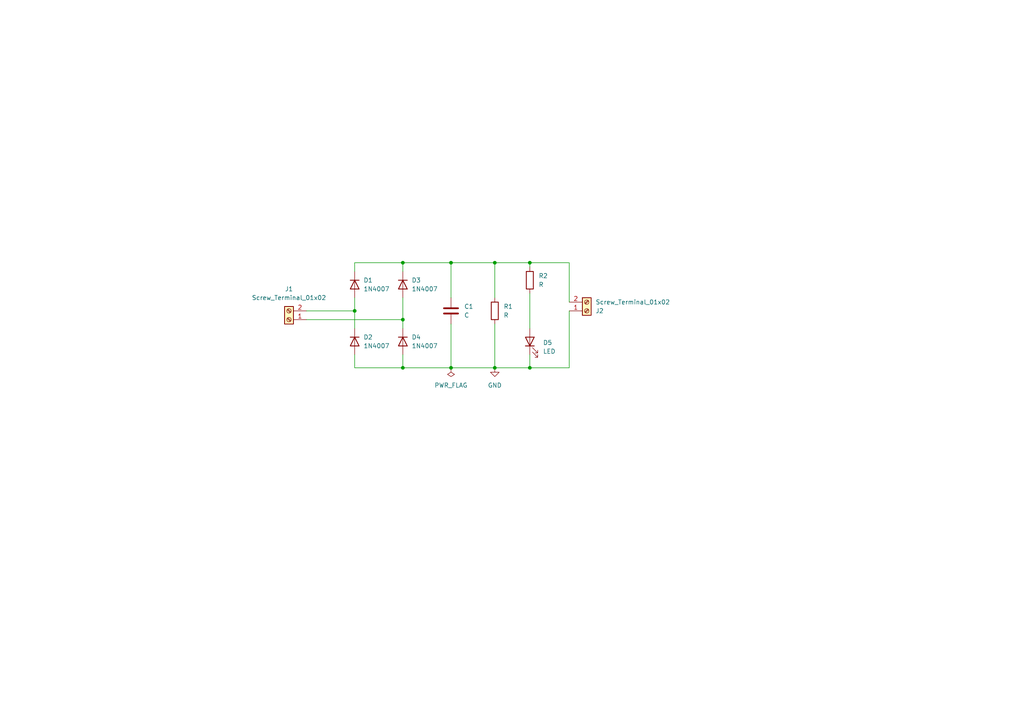
<source format=kicad_sch>
(kicad_sch
	(version 20250114)
	(generator "eeschema")
	(generator_version "9.0")
	(uuid "e57074c6-ac56-4ea8-a14a-6baec874727b")
	(paper "A4")
	(lib_symbols
		(symbol "Connector:Screw_Terminal_01x02"
			(pin_names
				(offset 1.016)
				(hide yes)
			)
			(exclude_from_sim no)
			(in_bom yes)
			(on_board yes)
			(property "Reference" "J"
				(at 0 2.54 0)
				(effects
					(font
						(size 1.27 1.27)
					)
				)
			)
			(property "Value" "Screw_Terminal_01x02"
				(at 0 -5.08 0)
				(effects
					(font
						(size 1.27 1.27)
					)
				)
			)
			(property "Footprint" ""
				(at 0 0 0)
				(effects
					(font
						(size 1.27 1.27)
					)
					(hide yes)
				)
			)
			(property "Datasheet" "~"
				(at 0 0 0)
				(effects
					(font
						(size 1.27 1.27)
					)
					(hide yes)
				)
			)
			(property "Description" "Generic screw terminal, single row, 01x02, script generated (kicad-library-utils/schlib/autogen/connector/)"
				(at 0 0 0)
				(effects
					(font
						(size 1.27 1.27)
					)
					(hide yes)
				)
			)
			(property "ki_keywords" "screw terminal"
				(at 0 0 0)
				(effects
					(font
						(size 1.27 1.27)
					)
					(hide yes)
				)
			)
			(property "ki_fp_filters" "TerminalBlock*:*"
				(at 0 0 0)
				(effects
					(font
						(size 1.27 1.27)
					)
					(hide yes)
				)
			)
			(symbol "Screw_Terminal_01x02_1_1"
				(rectangle
					(start -1.27 1.27)
					(end 1.27 -3.81)
					(stroke
						(width 0.254)
						(type default)
					)
					(fill
						(type background)
					)
				)
				(polyline
					(pts
						(xy -0.5334 0.3302) (xy 0.3302 -0.508)
					)
					(stroke
						(width 0.1524)
						(type default)
					)
					(fill
						(type none)
					)
				)
				(polyline
					(pts
						(xy -0.5334 -2.2098) (xy 0.3302 -3.048)
					)
					(stroke
						(width 0.1524)
						(type default)
					)
					(fill
						(type none)
					)
				)
				(polyline
					(pts
						(xy -0.3556 0.508) (xy 0.508 -0.3302)
					)
					(stroke
						(width 0.1524)
						(type default)
					)
					(fill
						(type none)
					)
				)
				(polyline
					(pts
						(xy -0.3556 -2.032) (xy 0.508 -2.8702)
					)
					(stroke
						(width 0.1524)
						(type default)
					)
					(fill
						(type none)
					)
				)
				(circle
					(center 0 0)
					(radius 0.635)
					(stroke
						(width 0.1524)
						(type default)
					)
					(fill
						(type none)
					)
				)
				(circle
					(center 0 -2.54)
					(radius 0.635)
					(stroke
						(width 0.1524)
						(type default)
					)
					(fill
						(type none)
					)
				)
				(pin passive line
					(at -5.08 0 0)
					(length 3.81)
					(name "Pin_1"
						(effects
							(font
								(size 1.27 1.27)
							)
						)
					)
					(number "1"
						(effects
							(font
								(size 1.27 1.27)
							)
						)
					)
				)
				(pin passive line
					(at -5.08 -2.54 0)
					(length 3.81)
					(name "Pin_2"
						(effects
							(font
								(size 1.27 1.27)
							)
						)
					)
					(number "2"
						(effects
							(font
								(size 1.27 1.27)
							)
						)
					)
				)
			)
			(embedded_fonts no)
		)
		(symbol "Device:C"
			(pin_numbers
				(hide yes)
			)
			(pin_names
				(offset 0.254)
			)
			(exclude_from_sim no)
			(in_bom yes)
			(on_board yes)
			(property "Reference" "C"
				(at 0.635 2.54 0)
				(effects
					(font
						(size 1.27 1.27)
					)
					(justify left)
				)
			)
			(property "Value" "C"
				(at 0.635 -2.54 0)
				(effects
					(font
						(size 1.27 1.27)
					)
					(justify left)
				)
			)
			(property "Footprint" ""
				(at 0.9652 -3.81 0)
				(effects
					(font
						(size 1.27 1.27)
					)
					(hide yes)
				)
			)
			(property "Datasheet" "~"
				(at 0 0 0)
				(effects
					(font
						(size 1.27 1.27)
					)
					(hide yes)
				)
			)
			(property "Description" "Unpolarized capacitor"
				(at 0 0 0)
				(effects
					(font
						(size 1.27 1.27)
					)
					(hide yes)
				)
			)
			(property "ki_keywords" "cap capacitor"
				(at 0 0 0)
				(effects
					(font
						(size 1.27 1.27)
					)
					(hide yes)
				)
			)
			(property "ki_fp_filters" "C_*"
				(at 0 0 0)
				(effects
					(font
						(size 1.27 1.27)
					)
					(hide yes)
				)
			)
			(symbol "C_0_1"
				(polyline
					(pts
						(xy -2.032 0.762) (xy 2.032 0.762)
					)
					(stroke
						(width 0.508)
						(type default)
					)
					(fill
						(type none)
					)
				)
				(polyline
					(pts
						(xy -2.032 -0.762) (xy 2.032 -0.762)
					)
					(stroke
						(width 0.508)
						(type default)
					)
					(fill
						(type none)
					)
				)
			)
			(symbol "C_1_1"
				(pin passive line
					(at 0 3.81 270)
					(length 2.794)
					(name "~"
						(effects
							(font
								(size 1.27 1.27)
							)
						)
					)
					(number "1"
						(effects
							(font
								(size 1.27 1.27)
							)
						)
					)
				)
				(pin passive line
					(at 0 -3.81 90)
					(length 2.794)
					(name "~"
						(effects
							(font
								(size 1.27 1.27)
							)
						)
					)
					(number "2"
						(effects
							(font
								(size 1.27 1.27)
							)
						)
					)
				)
			)
			(embedded_fonts no)
		)
		(symbol "Device:LED"
			(pin_numbers
				(hide yes)
			)
			(pin_names
				(offset 1.016)
				(hide yes)
			)
			(exclude_from_sim no)
			(in_bom yes)
			(on_board yes)
			(property "Reference" "D"
				(at 0 2.54 0)
				(effects
					(font
						(size 1.27 1.27)
					)
				)
			)
			(property "Value" "LED"
				(at 0 -2.54 0)
				(effects
					(font
						(size 1.27 1.27)
					)
				)
			)
			(property "Footprint" ""
				(at 0 0 0)
				(effects
					(font
						(size 1.27 1.27)
					)
					(hide yes)
				)
			)
			(property "Datasheet" "~"
				(at 0 0 0)
				(effects
					(font
						(size 1.27 1.27)
					)
					(hide yes)
				)
			)
			(property "Description" "Light emitting diode"
				(at 0 0 0)
				(effects
					(font
						(size 1.27 1.27)
					)
					(hide yes)
				)
			)
			(property "Sim.Pins" "1=K 2=A"
				(at 0 0 0)
				(effects
					(font
						(size 1.27 1.27)
					)
					(hide yes)
				)
			)
			(property "ki_keywords" "LED diode"
				(at 0 0 0)
				(effects
					(font
						(size 1.27 1.27)
					)
					(hide yes)
				)
			)
			(property "ki_fp_filters" "LED* LED_SMD:* LED_THT:*"
				(at 0 0 0)
				(effects
					(font
						(size 1.27 1.27)
					)
					(hide yes)
				)
			)
			(symbol "LED_0_1"
				(polyline
					(pts
						(xy -3.048 -0.762) (xy -4.572 -2.286) (xy -3.81 -2.286) (xy -4.572 -2.286) (xy -4.572 -1.524)
					)
					(stroke
						(width 0)
						(type default)
					)
					(fill
						(type none)
					)
				)
				(polyline
					(pts
						(xy -1.778 -0.762) (xy -3.302 -2.286) (xy -2.54 -2.286) (xy -3.302 -2.286) (xy -3.302 -1.524)
					)
					(stroke
						(width 0)
						(type default)
					)
					(fill
						(type none)
					)
				)
				(polyline
					(pts
						(xy -1.27 0) (xy 1.27 0)
					)
					(stroke
						(width 0)
						(type default)
					)
					(fill
						(type none)
					)
				)
				(polyline
					(pts
						(xy -1.27 -1.27) (xy -1.27 1.27)
					)
					(stroke
						(width 0.254)
						(type default)
					)
					(fill
						(type none)
					)
				)
				(polyline
					(pts
						(xy 1.27 -1.27) (xy 1.27 1.27) (xy -1.27 0) (xy 1.27 -1.27)
					)
					(stroke
						(width 0.254)
						(type default)
					)
					(fill
						(type none)
					)
				)
			)
			(symbol "LED_1_1"
				(pin passive line
					(at -3.81 0 0)
					(length 2.54)
					(name "K"
						(effects
							(font
								(size 1.27 1.27)
							)
						)
					)
					(number "1"
						(effects
							(font
								(size 1.27 1.27)
							)
						)
					)
				)
				(pin passive line
					(at 3.81 0 180)
					(length 2.54)
					(name "A"
						(effects
							(font
								(size 1.27 1.27)
							)
						)
					)
					(number "2"
						(effects
							(font
								(size 1.27 1.27)
							)
						)
					)
				)
			)
			(embedded_fonts no)
		)
		(symbol "Device:R"
			(pin_numbers
				(hide yes)
			)
			(pin_names
				(offset 0)
			)
			(exclude_from_sim no)
			(in_bom yes)
			(on_board yes)
			(property "Reference" "R"
				(at 2.032 0 90)
				(effects
					(font
						(size 1.27 1.27)
					)
				)
			)
			(property "Value" "R"
				(at 0 0 90)
				(effects
					(font
						(size 1.27 1.27)
					)
				)
			)
			(property "Footprint" ""
				(at -1.778 0 90)
				(effects
					(font
						(size 1.27 1.27)
					)
					(hide yes)
				)
			)
			(property "Datasheet" "~"
				(at 0 0 0)
				(effects
					(font
						(size 1.27 1.27)
					)
					(hide yes)
				)
			)
			(property "Description" "Resistor"
				(at 0 0 0)
				(effects
					(font
						(size 1.27 1.27)
					)
					(hide yes)
				)
			)
			(property "ki_keywords" "R res resistor"
				(at 0 0 0)
				(effects
					(font
						(size 1.27 1.27)
					)
					(hide yes)
				)
			)
			(property "ki_fp_filters" "R_*"
				(at 0 0 0)
				(effects
					(font
						(size 1.27 1.27)
					)
					(hide yes)
				)
			)
			(symbol "R_0_1"
				(rectangle
					(start -1.016 -2.54)
					(end 1.016 2.54)
					(stroke
						(width 0.254)
						(type default)
					)
					(fill
						(type none)
					)
				)
			)
			(symbol "R_1_1"
				(pin passive line
					(at 0 3.81 270)
					(length 1.27)
					(name "~"
						(effects
							(font
								(size 1.27 1.27)
							)
						)
					)
					(number "1"
						(effects
							(font
								(size 1.27 1.27)
							)
						)
					)
				)
				(pin passive line
					(at 0 -3.81 90)
					(length 1.27)
					(name "~"
						(effects
							(font
								(size 1.27 1.27)
							)
						)
					)
					(number "2"
						(effects
							(font
								(size 1.27 1.27)
							)
						)
					)
				)
			)
			(embedded_fonts no)
		)
		(symbol "Diode:1N4007"
			(pin_numbers
				(hide yes)
			)
			(pin_names
				(hide yes)
			)
			(exclude_from_sim no)
			(in_bom yes)
			(on_board yes)
			(property "Reference" "D"
				(at 0 2.54 0)
				(effects
					(font
						(size 1.27 1.27)
					)
				)
			)
			(property "Value" "1N4007"
				(at 0 -2.54 0)
				(effects
					(font
						(size 1.27 1.27)
					)
				)
			)
			(property "Footprint" "Diode_THT:D_DO-41_SOD81_P10.16mm_Horizontal"
				(at 0 -4.445 0)
				(effects
					(font
						(size 1.27 1.27)
					)
					(hide yes)
				)
			)
			(property "Datasheet" "http://www.vishay.com/docs/88503/1n4001.pdf"
				(at 0 0 0)
				(effects
					(font
						(size 1.27 1.27)
					)
					(hide yes)
				)
			)
			(property "Description" "1000V 1A General Purpose Rectifier Diode, DO-41"
				(at 0 0 0)
				(effects
					(font
						(size 1.27 1.27)
					)
					(hide yes)
				)
			)
			(property "Sim.Device" "D"
				(at 0 0 0)
				(effects
					(font
						(size 1.27 1.27)
					)
					(hide yes)
				)
			)
			(property "Sim.Pins" "1=K 2=A"
				(at 0 0 0)
				(effects
					(font
						(size 1.27 1.27)
					)
					(hide yes)
				)
			)
			(property "ki_keywords" "diode"
				(at 0 0 0)
				(effects
					(font
						(size 1.27 1.27)
					)
					(hide yes)
				)
			)
			(property "ki_fp_filters" "D*DO?41*"
				(at 0 0 0)
				(effects
					(font
						(size 1.27 1.27)
					)
					(hide yes)
				)
			)
			(symbol "1N4007_0_1"
				(polyline
					(pts
						(xy -1.27 1.27) (xy -1.27 -1.27)
					)
					(stroke
						(width 0.254)
						(type default)
					)
					(fill
						(type none)
					)
				)
				(polyline
					(pts
						(xy 1.27 1.27) (xy 1.27 -1.27) (xy -1.27 0) (xy 1.27 1.27)
					)
					(stroke
						(width 0.254)
						(type default)
					)
					(fill
						(type none)
					)
				)
				(polyline
					(pts
						(xy 1.27 0) (xy -1.27 0)
					)
					(stroke
						(width 0)
						(type default)
					)
					(fill
						(type none)
					)
				)
			)
			(symbol "1N4007_1_1"
				(pin passive line
					(at -3.81 0 0)
					(length 2.54)
					(name "K"
						(effects
							(font
								(size 1.27 1.27)
							)
						)
					)
					(number "1"
						(effects
							(font
								(size 1.27 1.27)
							)
						)
					)
				)
				(pin passive line
					(at 3.81 0 180)
					(length 2.54)
					(name "A"
						(effects
							(font
								(size 1.27 1.27)
							)
						)
					)
					(number "2"
						(effects
							(font
								(size 1.27 1.27)
							)
						)
					)
				)
			)
			(embedded_fonts no)
		)
		(symbol "power:GND"
			(power)
			(pin_numbers
				(hide yes)
			)
			(pin_names
				(offset 0)
				(hide yes)
			)
			(exclude_from_sim no)
			(in_bom yes)
			(on_board yes)
			(property "Reference" "#PWR"
				(at 0 -6.35 0)
				(effects
					(font
						(size 1.27 1.27)
					)
					(hide yes)
				)
			)
			(property "Value" "GND"
				(at 0 -3.81 0)
				(effects
					(font
						(size 1.27 1.27)
					)
				)
			)
			(property "Footprint" ""
				(at 0 0 0)
				(effects
					(font
						(size 1.27 1.27)
					)
					(hide yes)
				)
			)
			(property "Datasheet" ""
				(at 0 0 0)
				(effects
					(font
						(size 1.27 1.27)
					)
					(hide yes)
				)
			)
			(property "Description" "Power symbol creates a global label with name \"GND\" , ground"
				(at 0 0 0)
				(effects
					(font
						(size 1.27 1.27)
					)
					(hide yes)
				)
			)
			(property "ki_keywords" "global power"
				(at 0 0 0)
				(effects
					(font
						(size 1.27 1.27)
					)
					(hide yes)
				)
			)
			(symbol "GND_0_1"
				(polyline
					(pts
						(xy 0 0) (xy 0 -1.27) (xy 1.27 -1.27) (xy 0 -2.54) (xy -1.27 -1.27) (xy 0 -1.27)
					)
					(stroke
						(width 0)
						(type default)
					)
					(fill
						(type none)
					)
				)
			)
			(symbol "GND_1_1"
				(pin power_in line
					(at 0 0 270)
					(length 0)
					(name "~"
						(effects
							(font
								(size 1.27 1.27)
							)
						)
					)
					(number "1"
						(effects
							(font
								(size 1.27 1.27)
							)
						)
					)
				)
			)
			(embedded_fonts no)
		)
		(symbol "power:PWR_FLAG"
			(power)
			(pin_numbers
				(hide yes)
			)
			(pin_names
				(offset 0)
				(hide yes)
			)
			(exclude_from_sim no)
			(in_bom yes)
			(on_board yes)
			(property "Reference" "#FLG"
				(at 0 1.905 0)
				(effects
					(font
						(size 1.27 1.27)
					)
					(hide yes)
				)
			)
			(property "Value" "PWR_FLAG"
				(at 0 3.81 0)
				(effects
					(font
						(size 1.27 1.27)
					)
				)
			)
			(property "Footprint" ""
				(at 0 0 0)
				(effects
					(font
						(size 1.27 1.27)
					)
					(hide yes)
				)
			)
			(property "Datasheet" "~"
				(at 0 0 0)
				(effects
					(font
						(size 1.27 1.27)
					)
					(hide yes)
				)
			)
			(property "Description" "Special symbol for telling ERC where power comes from"
				(at 0 0 0)
				(effects
					(font
						(size 1.27 1.27)
					)
					(hide yes)
				)
			)
			(property "ki_keywords" "flag power"
				(at 0 0 0)
				(effects
					(font
						(size 1.27 1.27)
					)
					(hide yes)
				)
			)
			(symbol "PWR_FLAG_0_0"
				(pin power_out line
					(at 0 0 90)
					(length 0)
					(name "~"
						(effects
							(font
								(size 1.27 1.27)
							)
						)
					)
					(number "1"
						(effects
							(font
								(size 1.27 1.27)
							)
						)
					)
				)
			)
			(symbol "PWR_FLAG_0_1"
				(polyline
					(pts
						(xy 0 0) (xy 0 1.27) (xy -1.016 1.905) (xy 0 2.54) (xy 1.016 1.905) (xy 0 1.27)
					)
					(stroke
						(width 0)
						(type default)
					)
					(fill
						(type none)
					)
				)
			)
			(embedded_fonts no)
		)
	)
	(junction
		(at 153.67 106.68)
		(diameter 0)
		(color 0 0 0 0)
		(uuid "084c1ae5-bcc8-44ce-8d72-e0c36e7649a1")
	)
	(junction
		(at 116.84 106.68)
		(diameter 0)
		(color 0 0 0 0)
		(uuid "4dbf1975-c45a-4123-92cd-74d8d5917c1f")
	)
	(junction
		(at 116.84 76.2)
		(diameter 0)
		(color 0 0 0 0)
		(uuid "5c428672-8689-4a51-8966-e59d66807b92")
	)
	(junction
		(at 143.51 106.68)
		(diameter 0)
		(color 0 0 0 0)
		(uuid "61253345-c9c8-4643-aabe-48299ec6b36b")
	)
	(junction
		(at 102.87 90.17)
		(diameter 0)
		(color 0 0 0 0)
		(uuid "6b9c3575-8bc0-4dd9-982d-d71d858edb8f")
	)
	(junction
		(at 153.67 76.2)
		(diameter 0)
		(color 0 0 0 0)
		(uuid "94700cf8-1443-4d5a-a8d9-3c45649cca98")
	)
	(junction
		(at 143.51 76.2)
		(diameter 0)
		(color 0 0 0 0)
		(uuid "99935237-cc28-4fd0-9c54-568cd496dcbc")
	)
	(junction
		(at 130.81 76.2)
		(diameter 0)
		(color 0 0 0 0)
		(uuid "b7f2311f-4fae-4ff4-9e81-a56b54f16d5b")
	)
	(junction
		(at 116.84 92.71)
		(diameter 0)
		(color 0 0 0 0)
		(uuid "d64affef-03d8-489b-9575-a4ae9bc61361")
	)
	(junction
		(at 130.81 106.68)
		(diameter 0)
		(color 0 0 0 0)
		(uuid "e1b214db-592e-47b2-a9f5-9536338a3e1c")
	)
	(wire
		(pts
			(xy 102.87 78.74) (xy 102.87 76.2)
		)
		(stroke
			(width 0)
			(type default)
		)
		(uuid "06401b64-1c56-454a-a174-ad2d2070dbfb")
	)
	(wire
		(pts
			(xy 153.67 76.2) (xy 165.1 76.2)
		)
		(stroke
			(width 0)
			(type default)
		)
		(uuid "17b46cf7-30c8-4c94-8c52-1195e619b3c4")
	)
	(wire
		(pts
			(xy 88.9 92.71) (xy 116.84 92.71)
		)
		(stroke
			(width 0)
			(type default)
		)
		(uuid "1f82d6d9-f9d2-494c-b6df-6482aae6cc39")
	)
	(wire
		(pts
			(xy 116.84 106.68) (xy 130.81 106.68)
		)
		(stroke
			(width 0)
			(type default)
		)
		(uuid "231cd60c-8637-47cd-a421-6ac012dc7175")
	)
	(wire
		(pts
			(xy 130.81 76.2) (xy 130.81 86.36)
		)
		(stroke
			(width 0)
			(type default)
		)
		(uuid "256b6c7e-bd32-4f06-94ea-8a304c368250")
	)
	(wire
		(pts
			(xy 143.51 93.98) (xy 143.51 106.68)
		)
		(stroke
			(width 0)
			(type default)
		)
		(uuid "3e38bfb6-7b67-4355-bd3b-8e0356cc5a16")
	)
	(wire
		(pts
			(xy 165.1 76.2) (xy 165.1 87.63)
		)
		(stroke
			(width 0)
			(type default)
		)
		(uuid "4232825f-7a2c-44e5-b5ee-09ebc98b838d")
	)
	(wire
		(pts
			(xy 102.87 90.17) (xy 102.87 95.25)
		)
		(stroke
			(width 0)
			(type default)
		)
		(uuid "49b72972-5a77-4002-8b16-b531ee15d0a5")
	)
	(wire
		(pts
			(xy 116.84 76.2) (xy 116.84 78.74)
		)
		(stroke
			(width 0)
			(type default)
		)
		(uuid "4a11b1fa-6bf6-4922-be4a-35120a5116cd")
	)
	(wire
		(pts
			(xy 130.81 106.68) (xy 143.51 106.68)
		)
		(stroke
			(width 0)
			(type default)
		)
		(uuid "4dd52b2c-8a97-4d1d-9a8f-f283cb077eec")
	)
	(wire
		(pts
			(xy 153.67 76.2) (xy 153.67 77.47)
		)
		(stroke
			(width 0)
			(type default)
		)
		(uuid "6a221b49-003a-4888-b40e-f14c68e6621b")
	)
	(wire
		(pts
			(xy 143.51 76.2) (xy 153.67 76.2)
		)
		(stroke
			(width 0)
			(type default)
		)
		(uuid "6e32f46c-07ac-4d44-80b1-7b56b52aa868")
	)
	(wire
		(pts
			(xy 143.51 76.2) (xy 143.51 86.36)
		)
		(stroke
			(width 0)
			(type default)
		)
		(uuid "6e5a372a-a2d4-4f01-a5ea-d51ccffd05b5")
	)
	(wire
		(pts
			(xy 116.84 76.2) (xy 130.81 76.2)
		)
		(stroke
			(width 0)
			(type default)
		)
		(uuid "6e602f5d-2cc8-41ed-887c-9707140ccf60")
	)
	(wire
		(pts
			(xy 116.84 92.71) (xy 116.84 95.25)
		)
		(stroke
			(width 0)
			(type default)
		)
		(uuid "82be8dcb-323b-44e7-8aad-de6bc543f416")
	)
	(wire
		(pts
			(xy 102.87 76.2) (xy 116.84 76.2)
		)
		(stroke
			(width 0)
			(type default)
		)
		(uuid "93b87e55-09f3-4b0e-816f-193c45621eec")
	)
	(wire
		(pts
			(xy 153.67 106.68) (xy 153.67 102.87)
		)
		(stroke
			(width 0)
			(type default)
		)
		(uuid "a3f3e2a3-68f1-49a3-aa8d-101a5992f98e")
	)
	(wire
		(pts
			(xy 143.51 106.68) (xy 153.67 106.68)
		)
		(stroke
			(width 0)
			(type default)
		)
		(uuid "b13b8052-0f8d-4fcc-a329-579c32ccc4c2")
	)
	(wire
		(pts
			(xy 102.87 86.36) (xy 102.87 90.17)
		)
		(stroke
			(width 0)
			(type default)
		)
		(uuid "b247ba6d-66b9-45d5-a122-56db7c280d2f")
	)
	(wire
		(pts
			(xy 116.84 86.36) (xy 116.84 92.71)
		)
		(stroke
			(width 0)
			(type default)
		)
		(uuid "b5ae08bf-047d-4776-b71b-1fe21f055d6d")
	)
	(wire
		(pts
			(xy 130.81 76.2) (xy 143.51 76.2)
		)
		(stroke
			(width 0)
			(type default)
		)
		(uuid "b7a176c0-878e-483b-8363-8782100e326a")
	)
	(wire
		(pts
			(xy 153.67 85.09) (xy 153.67 95.25)
		)
		(stroke
			(width 0)
			(type default)
		)
		(uuid "b983f46a-e4be-4264-a095-970a4a2eb40c")
	)
	(wire
		(pts
			(xy 102.87 106.68) (xy 116.84 106.68)
		)
		(stroke
			(width 0)
			(type default)
		)
		(uuid "bdbc0a64-0845-48ae-b77e-e92d150e266a")
	)
	(wire
		(pts
			(xy 88.9 90.17) (xy 102.87 90.17)
		)
		(stroke
			(width 0)
			(type default)
		)
		(uuid "cac30d41-7de3-4035-b1ba-0666f6da3d92")
	)
	(wire
		(pts
			(xy 165.1 106.68) (xy 153.67 106.68)
		)
		(stroke
			(width 0)
			(type default)
		)
		(uuid "e98d3e99-3433-401f-8458-4a95e7eb2076")
	)
	(wire
		(pts
			(xy 130.81 93.98) (xy 130.81 106.68)
		)
		(stroke
			(width 0)
			(type default)
		)
		(uuid "eea5aafb-202b-4a4e-aab8-7612391a98a5")
	)
	(wire
		(pts
			(xy 116.84 102.87) (xy 116.84 106.68)
		)
		(stroke
			(width 0)
			(type default)
		)
		(uuid "f1cf6f0f-604e-4c78-ba9d-5d466f43608d")
	)
	(wire
		(pts
			(xy 165.1 90.17) (xy 165.1 106.68)
		)
		(stroke
			(width 0)
			(type default)
		)
		(uuid "f79a979f-d421-4995-8d87-d1c81e90fe17")
	)
	(wire
		(pts
			(xy 102.87 102.87) (xy 102.87 106.68)
		)
		(stroke
			(width 0)
			(type default)
		)
		(uuid "ff876bf0-8a0d-4760-97a2-3e11bfb34bcc")
	)
	(symbol
		(lib_id "power:GND")
		(at 143.51 106.68 0)
		(unit 1)
		(exclude_from_sim no)
		(in_bom yes)
		(on_board yes)
		(dnp no)
		(fields_autoplaced yes)
		(uuid "2f27c0a4-5c94-47f3-8ec4-9b1413dfc1d1")
		(property "Reference" "#PWR01"
			(at 143.51 113.03 0)
			(effects
				(font
					(size 1.27 1.27)
				)
				(hide yes)
			)
		)
		(property "Value" "GND"
			(at 143.51 111.76 0)
			(effects
				(font
					(size 1.27 1.27)
				)
			)
		)
		(property "Footprint" ""
			(at 143.51 106.68 0)
			(effects
				(font
					(size 1.27 1.27)
				)
				(hide yes)
			)
		)
		(property "Datasheet" ""
			(at 143.51 106.68 0)
			(effects
				(font
					(size 1.27 1.27)
				)
				(hide yes)
			)
		)
		(property "Description" "Power symbol creates a global label with name \"GND\" , ground"
			(at 143.51 106.68 0)
			(effects
				(font
					(size 1.27 1.27)
				)
				(hide yes)
			)
		)
		(pin "1"
			(uuid "b89f474d-dcc6-42b9-97ad-9cfb959e0cb5")
		)
		(instances
			(project ""
				(path "/e57074c6-ac56-4ea8-a14a-6baec874727b"
					(reference "#PWR01")
					(unit 1)
				)
			)
		)
	)
	(symbol
		(lib_id "Device:R")
		(at 143.51 90.17 0)
		(unit 1)
		(exclude_from_sim no)
		(in_bom yes)
		(on_board yes)
		(dnp no)
		(fields_autoplaced yes)
		(uuid "385f1c5c-d0b2-47f0-9b5e-db730210e80a")
		(property "Reference" "R1"
			(at 146.05 88.8999 0)
			(effects
				(font
					(size 1.27 1.27)
				)
				(justify left)
			)
		)
		(property "Value" "R"
			(at 146.05 91.4399 0)
			(effects
				(font
					(size 1.27 1.27)
				)
				(justify left)
			)
		)
		(property "Footprint" "Resistor_THT:R_Axial_DIN0207_L6.3mm_D2.5mm_P2.54mm_Vertical"
			(at 141.732 90.17 90)
			(effects
				(font
					(size 1.27 1.27)
				)
				(hide yes)
			)
		)
		(property "Datasheet" "~"
			(at 143.51 90.17 0)
			(effects
				(font
					(size 1.27 1.27)
				)
				(hide yes)
			)
		)
		(property "Description" "Resistor"
			(at 143.51 90.17 0)
			(effects
				(font
					(size 1.27 1.27)
				)
				(hide yes)
			)
		)
		(pin "1"
			(uuid "9fd07505-6572-44cd-a86a-1f2a76aca680")
		)
		(pin "2"
			(uuid "a2b127b1-70c7-42b3-88b8-dd2b00516250")
		)
		(instances
			(project ""
				(path "/e57074c6-ac56-4ea8-a14a-6baec874727b"
					(reference "R1")
					(unit 1)
				)
			)
		)
	)
	(symbol
		(lib_id "power:PWR_FLAG")
		(at 130.81 106.68 0)
		(mirror x)
		(unit 1)
		(exclude_from_sim no)
		(in_bom yes)
		(on_board yes)
		(dnp no)
		(uuid "499e8e04-e4c6-44ed-b5c2-30674a854d8d")
		(property "Reference" "#FLG01"
			(at 130.81 108.585 0)
			(effects
				(font
					(size 1.27 1.27)
				)
				(hide yes)
			)
		)
		(property "Value" "PWR_FLAG"
			(at 130.81 111.76 0)
			(effects
				(font
					(size 1.27 1.27)
				)
			)
		)
		(property "Footprint" ""
			(at 130.81 106.68 0)
			(effects
				(font
					(size 1.27 1.27)
				)
				(hide yes)
			)
		)
		(property "Datasheet" "~"
			(at 130.81 106.68 0)
			(effects
				(font
					(size 1.27 1.27)
				)
				(hide yes)
			)
		)
		(property "Description" "Special symbol for telling ERC where power comes from"
			(at 130.81 106.68 0)
			(effects
				(font
					(size 1.27 1.27)
				)
				(hide yes)
			)
		)
		(pin "1"
			(uuid "93c5d2df-104d-4365-8a0f-988212d7e41d")
		)
		(instances
			(project ""
				(path "/e57074c6-ac56-4ea8-a14a-6baec874727b"
					(reference "#FLG01")
					(unit 1)
				)
			)
		)
	)
	(symbol
		(lib_id "Diode:1N4007")
		(at 102.87 99.06 270)
		(unit 1)
		(exclude_from_sim no)
		(in_bom yes)
		(on_board yes)
		(dnp no)
		(fields_autoplaced yes)
		(uuid "4a94512d-aafd-4307-b6f5-70ac7a7ae043")
		(property "Reference" "D2"
			(at 105.41 97.7899 90)
			(effects
				(font
					(size 1.27 1.27)
				)
				(justify left)
			)
		)
		(property "Value" "1N4007"
			(at 105.41 100.3299 90)
			(effects
				(font
					(size 1.27 1.27)
				)
				(justify left)
			)
		)
		(property "Footprint" "Diode_THT:D_DO-41_SOD81_P2.54mm_Vertical_AnodeUp"
			(at 98.425 99.06 0)
			(effects
				(font
					(size 1.27 1.27)
				)
				(hide yes)
			)
		)
		(property "Datasheet" "http://www.vishay.com/docs/88503/1n4001.pdf"
			(at 102.87 99.06 0)
			(effects
				(font
					(size 1.27 1.27)
				)
				(hide yes)
			)
		)
		(property "Description" "1000V 1A General Purpose Rectifier Diode, DO-41"
			(at 102.87 99.06 0)
			(effects
				(font
					(size 1.27 1.27)
				)
				(hide yes)
			)
		)
		(property "Sim.Device" "D"
			(at 102.87 99.06 0)
			(effects
				(font
					(size 1.27 1.27)
				)
				(hide yes)
			)
		)
		(property "Sim.Pins" "1=K 2=A"
			(at 102.87 99.06 0)
			(effects
				(font
					(size 1.27 1.27)
				)
				(hide yes)
			)
		)
		(pin "1"
			(uuid "7e20ebbe-ee7a-4bc9-8107-d29a84884dc4")
		)
		(pin "2"
			(uuid "30e1844f-3ca3-4b96-b5d2-4bca32893f0f")
		)
		(instances
			(project "project pcb"
				(path "/e57074c6-ac56-4ea8-a14a-6baec874727b"
					(reference "D2")
					(unit 1)
				)
			)
		)
	)
	(symbol
		(lib_id "Diode:1N4007")
		(at 102.87 82.55 270)
		(unit 1)
		(exclude_from_sim no)
		(in_bom yes)
		(on_board yes)
		(dnp no)
		(fields_autoplaced yes)
		(uuid "52ef6542-6dce-4cf4-8863-c992cbc1a5c4")
		(property "Reference" "D1"
			(at 105.41 81.2799 90)
			(effects
				(font
					(size 1.27 1.27)
				)
				(justify left)
			)
		)
		(property "Value" "1N4007"
			(at 105.41 83.8199 90)
			(effects
				(font
					(size 1.27 1.27)
				)
				(justify left)
			)
		)
		(property "Footprint" "Diode_THT:D_DO-41_SOD81_P2.54mm_Vertical_AnodeUp"
			(at 98.425 82.55 0)
			(effects
				(font
					(size 1.27 1.27)
				)
				(hide yes)
			)
		)
		(property "Datasheet" "http://www.vishay.com/docs/88503/1n4001.pdf"
			(at 102.87 82.55 0)
			(effects
				(font
					(size 1.27 1.27)
				)
				(hide yes)
			)
		)
		(property "Description" "1000V 1A General Purpose Rectifier Diode, DO-41"
			(at 102.87 82.55 0)
			(effects
				(font
					(size 1.27 1.27)
				)
				(hide yes)
			)
		)
		(property "Sim.Device" "D"
			(at 102.87 82.55 0)
			(effects
				(font
					(size 1.27 1.27)
				)
				(hide yes)
			)
		)
		(property "Sim.Pins" "1=K 2=A"
			(at 102.87 82.55 0)
			(effects
				(font
					(size 1.27 1.27)
				)
				(hide yes)
			)
		)
		(pin "1"
			(uuid "da659422-4659-4d00-9a29-4980206fe0a6")
		)
		(pin "2"
			(uuid "1f2f5167-8c86-460c-a427-b7be1eedb859")
		)
		(instances
			(project ""
				(path "/e57074c6-ac56-4ea8-a14a-6baec874727b"
					(reference "D1")
					(unit 1)
				)
			)
		)
	)
	(symbol
		(lib_id "Device:C")
		(at 130.81 90.17 0)
		(unit 1)
		(exclude_from_sim no)
		(in_bom yes)
		(on_board yes)
		(dnp no)
		(fields_autoplaced yes)
		(uuid "78ba8aa2-8939-4065-89bf-08e089217b6a")
		(property "Reference" "C1"
			(at 134.62 88.8999 0)
			(effects
				(font
					(size 1.27 1.27)
				)
				(justify left)
			)
		)
		(property "Value" "C"
			(at 134.62 91.4399 0)
			(effects
				(font
					(size 1.27 1.27)
				)
				(justify left)
			)
		)
		(property "Footprint" "Capacitor_THT:C_Radial_D10.0mm_H12.5mm_P5.00mm"
			(at 131.7752 93.98 0)
			(effects
				(font
					(size 1.27 1.27)
				)
				(hide yes)
			)
		)
		(property "Datasheet" "~"
			(at 130.81 90.17 0)
			(effects
				(font
					(size 1.27 1.27)
				)
				(hide yes)
			)
		)
		(property "Description" "Unpolarized capacitor"
			(at 130.81 90.17 0)
			(effects
				(font
					(size 1.27 1.27)
				)
				(hide yes)
			)
		)
		(pin "1"
			(uuid "eb2171ce-8ba6-4c58-afa8-639f9cd676bf")
		)
		(pin "2"
			(uuid "94034173-8660-436a-9491-00fc9d139b5a")
		)
		(instances
			(project ""
				(path "/e57074c6-ac56-4ea8-a14a-6baec874727b"
					(reference "C1")
					(unit 1)
				)
			)
		)
	)
	(symbol
		(lib_id "Connector:Screw_Terminal_01x02")
		(at 83.82 92.71 180)
		(unit 1)
		(exclude_from_sim no)
		(in_bom yes)
		(on_board yes)
		(dnp no)
		(fields_autoplaced yes)
		(uuid "7c392ef5-16b7-49b6-b7bd-f5078863c08c")
		(property "Reference" "J1"
			(at 83.82 83.82 0)
			(effects
				(font
					(size 1.27 1.27)
				)
			)
		)
		(property "Value" "Screw_Terminal_01x02"
			(at 83.82 86.36 0)
			(effects
				(font
					(size 1.27 1.27)
				)
			)
		)
		(property "Footprint" "TerminalBlock:TerminalBlock_bornier-2_P5.08mm"
			(at 83.82 92.71 0)
			(effects
				(font
					(size 1.27 1.27)
				)
				(hide yes)
			)
		)
		(property "Datasheet" "~"
			(at 83.82 92.71 0)
			(effects
				(font
					(size 1.27 1.27)
				)
				(hide yes)
			)
		)
		(property "Description" "Generic screw terminal, single row, 01x02, script generated (kicad-library-utils/schlib/autogen/connector/)"
			(at 83.82 92.71 0)
			(effects
				(font
					(size 1.27 1.27)
				)
				(hide yes)
			)
		)
		(pin "2"
			(uuid "043e0278-0e01-4851-9c02-4a3b20a7b91c")
		)
		(pin "1"
			(uuid "bf6fb3a5-cf7d-45b5-93fb-3ddead412803")
		)
		(instances
			(project ""
				(path "/e57074c6-ac56-4ea8-a14a-6baec874727b"
					(reference "J1")
					(unit 1)
				)
			)
		)
	)
	(symbol
		(lib_id "Diode:1N4007")
		(at 116.84 82.55 270)
		(unit 1)
		(exclude_from_sim no)
		(in_bom yes)
		(on_board yes)
		(dnp no)
		(fields_autoplaced yes)
		(uuid "8ecaa052-411a-4541-bdcb-8bc3240da644")
		(property "Reference" "D3"
			(at 119.38 81.2799 90)
			(effects
				(font
					(size 1.27 1.27)
				)
				(justify left)
			)
		)
		(property "Value" "1N4007"
			(at 119.38 83.8199 90)
			(effects
				(font
					(size 1.27 1.27)
				)
				(justify left)
			)
		)
		(property "Footprint" "Diode_THT:D_DO-41_SOD81_P2.54mm_Vertical_AnodeUp"
			(at 112.395 82.55 0)
			(effects
				(font
					(size 1.27 1.27)
				)
				(hide yes)
			)
		)
		(property "Datasheet" "http://www.vishay.com/docs/88503/1n4001.pdf"
			(at 116.84 82.55 0)
			(effects
				(font
					(size 1.27 1.27)
				)
				(hide yes)
			)
		)
		(property "Description" "1000V 1A General Purpose Rectifier Diode, DO-41"
			(at 116.84 82.55 0)
			(effects
				(font
					(size 1.27 1.27)
				)
				(hide yes)
			)
		)
		(property "Sim.Device" "D"
			(at 116.84 82.55 0)
			(effects
				(font
					(size 1.27 1.27)
				)
				(hide yes)
			)
		)
		(property "Sim.Pins" "1=K 2=A"
			(at 116.84 82.55 0)
			(effects
				(font
					(size 1.27 1.27)
				)
				(hide yes)
			)
		)
		(pin "1"
			(uuid "126ae6df-d591-4d31-bc26-30a5de90ba70")
		)
		(pin "2"
			(uuid "88cbeb5d-a9d7-4412-8f4f-8e93216c7686")
		)
		(instances
			(project "project pcb"
				(path "/e57074c6-ac56-4ea8-a14a-6baec874727b"
					(reference "D3")
					(unit 1)
				)
			)
		)
	)
	(symbol
		(lib_id "Device:LED")
		(at 153.67 99.06 90)
		(unit 1)
		(exclude_from_sim no)
		(in_bom yes)
		(on_board yes)
		(dnp no)
		(fields_autoplaced yes)
		(uuid "94d8bb52-9257-4378-b965-083546412d8f")
		(property "Reference" "D5"
			(at 157.48 99.3774 90)
			(effects
				(font
					(size 1.27 1.27)
				)
				(justify right)
			)
		)
		(property "Value" "LED"
			(at 157.48 101.9174 90)
			(effects
				(font
					(size 1.27 1.27)
				)
				(justify right)
			)
		)
		(property "Footprint" "LED_THT:LED_D5.0mm"
			(at 153.67 99.06 0)
			(effects
				(font
					(size 1.27 1.27)
				)
				(hide yes)
			)
		)
		(property "Datasheet" "~"
			(at 153.67 99.06 0)
			(effects
				(font
					(size 1.27 1.27)
				)
				(hide yes)
			)
		)
		(property "Description" "Light emitting diode"
			(at 153.67 99.06 0)
			(effects
				(font
					(size 1.27 1.27)
				)
				(hide yes)
			)
		)
		(property "Sim.Pins" "1=K 2=A"
			(at 153.67 99.06 0)
			(effects
				(font
					(size 1.27 1.27)
				)
				(hide yes)
			)
		)
		(pin "1"
			(uuid "314b8a34-4472-4ccb-836e-d3e0d88928b0")
		)
		(pin "2"
			(uuid "4ef8048b-a3cb-4881-b6ef-061e0dd1be73")
		)
		(instances
			(project ""
				(path "/e57074c6-ac56-4ea8-a14a-6baec874727b"
					(reference "D5")
					(unit 1)
				)
			)
		)
	)
	(symbol
		(lib_id "Device:R")
		(at 153.67 81.28 0)
		(unit 1)
		(exclude_from_sim no)
		(in_bom yes)
		(on_board yes)
		(dnp no)
		(fields_autoplaced yes)
		(uuid "97d0f897-0e3c-4371-b1b1-8333777b949e")
		(property "Reference" "R2"
			(at 156.21 80.0099 0)
			(effects
				(font
					(size 1.27 1.27)
				)
				(justify left)
			)
		)
		(property "Value" "R"
			(at 156.21 82.5499 0)
			(effects
				(font
					(size 1.27 1.27)
				)
				(justify left)
			)
		)
		(property "Footprint" "Resistor_THT:R_Axial_DIN0207_L6.3mm_D2.5mm_P2.54mm_Vertical"
			(at 151.892 81.28 90)
			(effects
				(font
					(size 1.27 1.27)
				)
				(hide yes)
			)
		)
		(property "Datasheet" "~"
			(at 153.67 81.28 0)
			(effects
				(font
					(size 1.27 1.27)
				)
				(hide yes)
			)
		)
		(property "Description" "Resistor"
			(at 153.67 81.28 0)
			(effects
				(font
					(size 1.27 1.27)
				)
				(hide yes)
			)
		)
		(pin "1"
			(uuid "938a1647-4ff1-483b-b1b4-db0cfc2534af")
		)
		(pin "2"
			(uuid "72939853-0cfc-4575-942f-9d334e63f2d8")
		)
		(instances
			(project "project pcb"
				(path "/e57074c6-ac56-4ea8-a14a-6baec874727b"
					(reference "R2")
					(unit 1)
				)
			)
		)
	)
	(symbol
		(lib_id "Connector:Screw_Terminal_01x02")
		(at 170.18 90.17 0)
		(mirror x)
		(unit 1)
		(exclude_from_sim no)
		(in_bom yes)
		(on_board yes)
		(dnp no)
		(uuid "a79a83d5-9115-4017-8809-b112da1fc8de")
		(property "Reference" "J2"
			(at 172.72 90.1701 0)
			(effects
				(font
					(size 1.27 1.27)
				)
				(justify left)
			)
		)
		(property "Value" "Screw_Terminal_01x02"
			(at 172.72 87.6301 0)
			(effects
				(font
					(size 1.27 1.27)
				)
				(justify left)
			)
		)
		(property "Footprint" "TerminalBlock:TerminalBlock_bornier-2_P5.08mm"
			(at 170.18 90.17 0)
			(effects
				(font
					(size 1.27 1.27)
				)
				(hide yes)
			)
		)
		(property "Datasheet" "~"
			(at 170.18 90.17 0)
			(effects
				(font
					(size 1.27 1.27)
				)
				(hide yes)
			)
		)
		(property "Description" "Generic screw terminal, single row, 01x02, script generated (kicad-library-utils/schlib/autogen/connector/)"
			(at 170.18 90.17 0)
			(effects
				(font
					(size 1.27 1.27)
				)
				(hide yes)
			)
		)
		(pin "2"
			(uuid "91e1e1c1-2d11-42a5-ae04-f5c3331c67db")
		)
		(pin "1"
			(uuid "0a0c6d26-555d-4b50-8f0f-dde4637ec1b4")
		)
		(instances
			(project "project pcb"
				(path "/e57074c6-ac56-4ea8-a14a-6baec874727b"
					(reference "J2")
					(unit 1)
				)
			)
		)
	)
	(symbol
		(lib_id "Diode:1N4007")
		(at 116.84 99.06 270)
		(unit 1)
		(exclude_from_sim no)
		(in_bom yes)
		(on_board yes)
		(dnp no)
		(fields_autoplaced yes)
		(uuid "bfb34d2a-7a10-4b9c-a267-8b0972d44563")
		(property "Reference" "D4"
			(at 119.38 97.7899 90)
			(effects
				(font
					(size 1.27 1.27)
				)
				(justify left)
			)
		)
		(property "Value" "1N4007"
			(at 119.38 100.3299 90)
			(effects
				(font
					(size 1.27 1.27)
				)
				(justify left)
			)
		)
		(property "Footprint" "Diode_THT:D_DO-41_SOD81_P2.54mm_Vertical_AnodeUp"
			(at 112.395 99.06 0)
			(effects
				(font
					(size 1.27 1.27)
				)
				(hide yes)
			)
		)
		(property "Datasheet" "http://www.vishay.com/docs/88503/1n4001.pdf"
			(at 116.84 99.06 0)
			(effects
				(font
					(size 1.27 1.27)
				)
				(hide yes)
			)
		)
		(property "Description" "1000V 1A General Purpose Rectifier Diode, DO-41"
			(at 116.84 99.06 0)
			(effects
				(font
					(size 1.27 1.27)
				)
				(hide yes)
			)
		)
		(property "Sim.Device" "D"
			(at 116.84 99.06 0)
			(effects
				(font
					(size 1.27 1.27)
				)
				(hide yes)
			)
		)
		(property "Sim.Pins" "1=K 2=A"
			(at 116.84 99.06 0)
			(effects
				(font
					(size 1.27 1.27)
				)
				(hide yes)
			)
		)
		(pin "1"
			(uuid "4eb05651-7c3c-43df-a8da-1552c0218b42")
		)
		(pin "2"
			(uuid "a95e6e71-e079-4ada-9c52-60b55eeee509")
		)
		(instances
			(project "project pcb"
				(path "/e57074c6-ac56-4ea8-a14a-6baec874727b"
					(reference "D4")
					(unit 1)
				)
			)
		)
	)
	(sheet_instances
		(path "/"
			(page "1")
		)
	)
	(embedded_fonts no)
)

</source>
